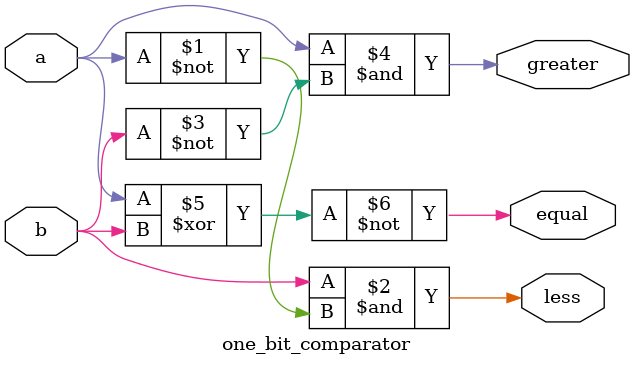
<source format=v>
/* Generated by Yosys 0.53+3 (git sha1 6378ba10e, g++ 13.3.0-6ubuntu2~24.04 -fPIC -O3) */

(* top =  1  *)
(* src = "one_bit_comparator.v:1.1-15.10" *)
module one_bit_comparator(a, b, equal, greater, less);
  (* src = "one_bit_comparator.v:3.12-3.13" *)
  input a;
  wire a;
  (* src = "one_bit_comparator.v:4.12-4.13" *)
  input b;
  wire b;
  (* src = "one_bit_comparator.v:5.13-5.18" *)
  output equal;
  wire equal;
  (* src = "one_bit_comparator.v:6.13-6.20" *)
  output greater;
  wire greater;
  (* src = "one_bit_comparator.v:7.13-7.17" *)
  output less;
  wire less;
  assign less = b & ~(a);
  assign greater = a & ~(b);
  assign equal = ~(a ^ b);
endmodule

</source>
